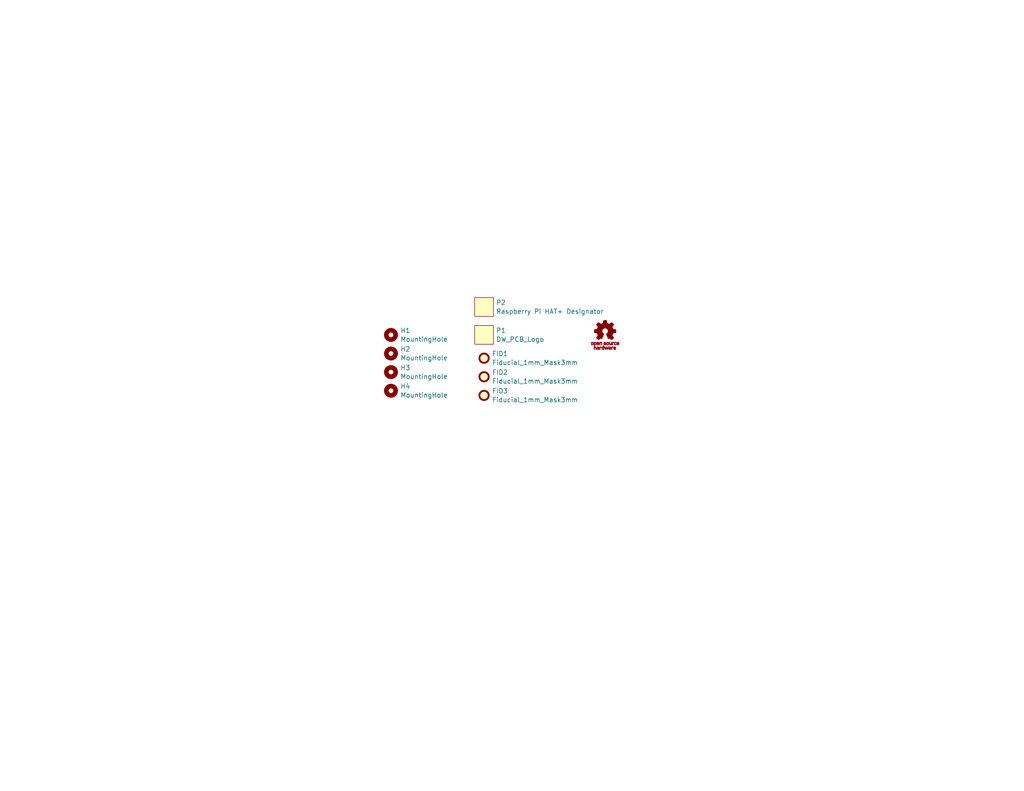
<source format=kicad_sch>
(kicad_sch
	(version 20250114)
	(generator "eeschema")
	(generator_version "9.0")
	(uuid "9408171f-72a2-4aea-97cc-17d9d4eb3e89")
	(paper "USLetter")
	(title_block
		(title "1026 RPi Power Hat")
		(date "2025-04-11")
		(rev "1")
		(company "Dan Wilson")
		(comment 1 "Copyright © 2025 Dan Wilson")
	)
	(lib_symbols
		(symbol "DW_Mechanical:DW_PCB_Logo"
			(exclude_from_sim no)
			(in_bom yes)
			(on_board yes)
			(property "Reference" "P"
				(at 0 3.81 0)
				(effects
					(font
						(size 1.27 1.27)
					)
				)
			)
			(property "Value" "DW_PCB_Logo"
				(at 0 -3.81 0)
				(effects
					(font
						(size 1.27 1.27)
					)
				)
			)
			(property "Footprint" "DW_Mechanical:DW_PCB_Logo"
				(at 0 0 0)
				(effects
					(font
						(size 1.27 1.27)
					)
					(hide yes)
				)
			)
			(property "Datasheet" ""
				(at 0 0 0)
				(effects
					(font
						(size 1.27 1.27)
					)
					(hide yes)
				)
			)
			(property "Description" ""
				(at 0 0 0)
				(effects
					(font
						(size 1.27 1.27)
					)
					(hide yes)
				)
			)
			(symbol "DW_PCB_Logo_0_1"
				(rectangle
					(start -2.54 2.54)
					(end 2.54 -2.54)
					(stroke
						(width 0.1524)
						(type default)
					)
					(fill
						(type background)
					)
				)
			)
			(embedded_fonts no)
		)
		(symbol "DW_Mechanical:Fiducial 1mm-3mm"
			(exclude_from_sim yes)
			(in_bom no)
			(on_board yes)
			(property "Reference" "FID"
				(at 0 5.08 0)
				(effects
					(font
						(size 1.27 1.27)
					)
				)
			)
			(property "Value" "Fiducial_1mm_Mask3mm"
				(at 0 3.175 0)
				(effects
					(font
						(size 1.27 1.27)
					)
				)
			)
			(property "Footprint" "DW_Mechanical:Fiducial_1mm_Mask3mm"
				(at 0 0 0)
				(effects
					(font
						(size 1.27 1.27)
					)
					(hide yes)
				)
			)
			(property "Datasheet" "~"
				(at 0 0 0)
				(effects
					(font
						(size 1.27 1.27)
					)
					(hide yes)
				)
			)
			(property "Description" "Fiducial Marker"
				(at 0 0 0)
				(effects
					(font
						(size 1.27 1.27)
					)
					(hide yes)
				)
			)
			(property "ki_keywords" "fiducial marker"
				(at 0 0 0)
				(effects
					(font
						(size 1.27 1.27)
					)
					(hide yes)
				)
			)
			(property "ki_fp_filters" "Fiducial*"
				(at 0 0 0)
				(effects
					(font
						(size 1.27 1.27)
					)
					(hide yes)
				)
			)
			(symbol "Fiducial 1mm-3mm_0_1"
				(circle
					(center 0 0)
					(radius 1.27)
					(stroke
						(width 0.508)
						(type default)
					)
					(fill
						(type background)
					)
				)
			)
			(embedded_fonts no)
		)
		(symbol "DW_Mechanical:OSHW_Logo"
			(pin_names
				(offset 1.016)
			)
			(exclude_from_sim no)
			(in_bom yes)
			(on_board yes)
			(property "Reference" "#G"
				(at 0 5.08 0)
				(effects
					(font
						(size 1.27 1.27)
					)
					(hide yes)
				)
			)
			(property "Value" "OSHW_Logo"
				(at 0 -5.08 0)
				(effects
					(font
						(size 1.27 1.27)
					)
					(hide yes)
				)
			)
			(property "Footprint" "DW_Mechanical:OSHW_Logo"
				(at 0 0 0)
				(effects
					(font
						(size 1.27 1.27)
					)
					(hide yes)
				)
			)
			(property "Datasheet" ""
				(at 0 0 0)
				(effects
					(font
						(size 1.27 1.27)
					)
					(hide yes)
				)
			)
			(property "Description" "Open Source Hardware Logo 8 mm"
				(at 0 0 0)
				(effects
					(font
						(size 1.27 1.27)
					)
					(hide yes)
				)
			)
			(symbol "OSHW_Logo_0_0"
				(polyline
					(pts
						(xy -3.4418 -2.7756) (xy -3.3761 -2.7661) (xy -3.3222 -2.7369) (xy -3.258 -2.6781) (xy -3.216 -2.635)
						(xy -3.1833 -2.5922) (xy -3.1664 -2.5458) (xy -3.1602 -2.4799) (xy -3.1594 -2.3787) (xy -3.1601 -2.3257)
						(xy -3.17 -2.2046) (xy -3.1954 -2.117) (xy -3.2412 -2.0503) (xy -3.3123 -1.9921) (xy -3.3677 -1.9596)
						(xy -3.4362 -1.9413) (xy -3.5269 -1.9434) (xy -3.6049 -1.9557) (xy -3.6716 -1.9864) (xy -3.7371 -2.0472)
						(xy -3.7672 -2.0812) (xy -3.7975 -2.1246) (xy -3.8137 -2.1727) (xy -3.8202 -2.241) (xy -3.8214 -2.3448)
						(xy -3.8214 -2.3452) (xy -3.8207 -2.3584) (xy -3.6431 -2.3584) (xy -3.6397 -2.2888) (xy -3.6163 -2.2025)
						(xy -3.5674 -2.1548) (xy -3.489 -2.1401) (xy -3.4401 -2.1474) (xy -3.3786 -2.193) (xy -3.3459 -2.2779)
						(xy -3.3436 -2.3995) (xy -3.3441 -2.4042) (xy -3.3653 -2.5077) (xy -3.4026 -2.5647) (xy -3.4605 -2.5945)
						(xy -3.5318 -2.5941) (xy -3.5899 -2.5513) (xy -3.6288 -2.4712) (xy -3.6431 -2.3584) (xy -3.8207 -2.3584)
						(xy -3.8138 -2.4959) (xy -3.7888 -2.6059) (xy -3.7435 -2.6835) (xy -3.6746 -2.7371) (xy -3.6517 -2.7472)
						(xy -3.5711 -2.7674) (xy -3.4809 -2.776) (xy -3.4418 -2.7756)
					)
					(stroke
						(width 0.01)
						(type default)
					)
					(fill
						(type outline)
					)
				)
				(polyline
					(pts
						(xy -2.8533 -3.7535) (xy -2.8532 -3.7238) (xy -2.8484 -3.585) (xy -2.8344 -3.4888) (xy -2.8086 -3.4285)
						(xy -2.7684 -3.3973) (xy -2.7111 -3.3884) (xy -2.6888 -3.3893) (xy -2.6398 -3.4026) (xy -2.6064 -3.4379)
						(xy -2.5861 -3.5022) (xy -2.5759 -3.6028) (xy -2.5731 -3.7469) (xy -2.5731 -4.0253) (xy -2.3642 -4.0253)
						(xy -2.382 -3.3587) (xy -2.4652 -3.2844) (xy -2.4883 -3.266) (xy -2.5902 -3.2191) (xy -2.7019 -3.2083)
						(xy -2.8041 -3.2365) (xy -2.8144 -3.2417) (xy -2.8328 -3.2452) (xy -2.8442 -3.23) (xy -2.8504 -3.1881)
						(xy -2.8529 -3.1113) (xy -2.8533 -2.9917) (xy -2.8533 -2.9663) (xy -2.8524 -2.8548) (xy -2.8489 -2.7846)
						(xy -2.8414 -2.7476) (xy -2.8285 -2.7356) (xy -2.8088 -2.7404) (xy -2.7979 -2.7445) (xy -2.7353 -2.7596)
						(xy -2.6565 -2.7711) (xy -2.5878 -2.7736) (xy -2.5316 -2.756) (xy -2.4741 -2.7074) (xy -2.4363 -2.6631)
						(xy -2.4014 -2.5905) (xy -2.3815 -2.4885) (xy -2.3745 -2.3773) (xy -2.3796 -2.2509) (xy -2.3966 -2.1382)
						(xy -2.4235 -2.0575) (xy -2.4378 -2.0362) (xy -2.5074 -1.9815) (xy -2.6005 -1.9493) (xy -2.6975 -1.9475)
						(xy -2.7202 -1.9509) (xy -2.8138 -1.9591) (xy -2.9107 -1.9613) (xy -3.0317 -1.9592) (xy -3.0317 -2.431)
						(xy -2.8517 -2.431) (xy -2.8482 -2.3406) (xy -2.8408 -2.2739) (xy -2.8261 -2.2014) (xy -2.809 -2.162)
						(xy -2.7939 -2.1505) (xy -2.7299 -2.1345) (xy -2.6589 -2.1451) (xy -2.6069 -2.18) (xy -2.5834 -2.2383)
						(xy -2.5725 -2.3256) (xy -2.5753 -2.4204) (xy -2.5913 -2.5037) (xy -2.6197 -2.5565) (xy -2.6672 -2.5882)
						(xy -2.7352 -2.5917) (xy -2.8052 -2.5448) (xy -2.8199 -2.5291) (xy -2.8434 -2.4881) (xy -2.8517 -2.431)
						(xy -3.0317 -2.431) (xy -3.0317 -4.0253) (xy -2.8533 -4.0253) (xy -2.8533 -3.7535)
					)
					(stroke
						(width 0.01)
						(type default)
					)
					(fill
						(type outline)
					)
				)
				(polyline
					(pts
						(xy -1.8879 -4.0221) (xy -1.6305 -4.0202) (xy -1.6305 -3.359) (xy -1.7049 -3.2845) (xy -1.7058 -3.2837)
						(xy -1.7506 -3.2439) (xy -1.7957 -3.2218) (xy -1.8579 -3.2122) (xy -1.954 -3.2101) (xy -1.9987 -3.211)
						(xy -2.1147 -3.2249) (xy -2.1945 -3.2532) (xy -2.2344 -3.2928) (xy -2.2308 -3.3408) (xy -2.1799 -3.3941)
						(xy -2.1447 -3.4167) (xy -2.1026 -3.4237) (xy -2.0459 -3.4012) (xy -1.9837 -3.38) (xy -1.9035 -3.3807)
						(xy -1.8424 -3.413) (xy -1.8135 -3.4729) (xy -1.8115 -3.4915) (xy -1.8139 -3.5202) (xy -1.8346 -3.535)
						(xy -1.8846 -3.5405) (xy -1.9747 -3.5413) (xy -2.0628 -3.5431) (xy -2.1264 -3.5526) (xy -2.1725 -3.575)
						(xy -2.2184 -3.6157) (xy -2.2578 -3.6638) (xy -2.2941 -3.7601) (xy -2.2903 -3.7892) (xy -2.1145 -3.7892)
						(xy -2.0981 -3.7407) (xy -2.0372 -3.7058) (xy -1.9311 -3.6941) (xy -1.9291 -3.6941) (xy -1.8544 -3.6977)
						(xy -1.8184 -3.7111) (xy -1.8092 -3.7387) (xy -1.8115 -3.7623) (xy -1.8283 -3.8119) (xy -1.841 -3.8259)
						(xy -1.8953 -3.8507) (xy -1.9663 -3.8581) (xy -2.0376 -3.8494) (xy -2.0925 -3.826) (xy -2.1145 -3.7892)
						(xy -2.2903 -3.7892) (xy -2.2812 -3.8581) (xy -2.2191 -3.9501) (xy -2.2058 -3.9633) (xy -2.172 -3.9922)
						(xy -2.1353 -4.0099) (xy -2.0837 -4.0191) (xy -2.0053 -4.0222) (xy -1.8879 -4.0221)
					)
					(stroke
						(width 0.01)
						(type default)
					)
					(fill
						(type outline)
					)
				)
				(polyline
					(pts
						(xy -1.8505 -2.7688) (xy -1.7333 -2.7301) (xy -1.6846 -2.7018) (xy -1.6446 -2.664) (xy -1.648 -2.6254)
						(xy -1.6919 -2.5753) (xy -1.7361 -2.5383) (xy -1.7695 -2.5328) (xy -1.8127 -2.5577) (xy -1.8804 -2.5882)
						(xy -1.9623 -2.5974) (xy -2.0279 -2.5791) (xy -2.0522 -2.5546) (xy -2.0861 -2.5031) (xy -2.1163 -2.4458)
						(xy -1.605 -2.4458) (xy -1.605 -2.3431) (xy -1.6185 -2.2259) (xy -1.6682 -2.1047) (xy -1.7479 -2.0133)
						(xy -1.8506 -1.957) (xy -1.9693 -1.9411) (xy -2.0971 -1.9709) (xy -2.1524 -2.0033) (xy -2.2273 -2.0911)
						(xy -2.2751 -2.2136) (xy -2.2791 -2.2481) (xy -2.0977 -2.2481) (xy -2.0878 -2.2156) (xy -2.043 -2.1592)
						(xy -2.0113 -2.1328) (xy -1.9577 -2.1146) (xy -1.9312 -2.1204) (xy -1.8763 -2.1527) (xy -1.829 -2.1988)
						(xy -1.8088 -2.242) (xy -1.8255 -2.2536) (xy -1.8811 -2.2636) (xy -1.9632 -2.2675) (xy -1.993 -2.2673)
						(xy -2.0677 -2.2631) (xy -2.0977 -2.2481) (xy -2.2791 -2.2481) (xy -2.2923 -2.3638) (xy -2.2923 -2.3691)
						(xy -2.2744 -2.5241) (xy -2.2219 -2.6433) (xy -2.1352 -2.7254) (xy -2.0991 -2.7439) (xy -1.9795 -2.7733)
						(xy -1.8505 -2.7688)
					)
					(stroke
						(width 0.01)
						(type default)
					)
					(fill
						(type outline)
					)
				)
				(polyline
					(pts
						(xy -1.3248 -2.5151) (xy -1.3246 -2.4849) (xy -1.3193 -2.3434) (xy -1.304 -2.2446) (xy -1.2761 -2.1822)
						(xy -1.233 -2.1495) (xy -1.1719 -2.1401) (xy -1.1596 -2.1403) (xy -1.1019 -2.1535) (xy -1.0617 -2.191)
						(xy -1.0362 -2.2594) (xy -1.0229 -2.3653) (xy -1.019 -2.5151) (xy -1.019 -2.777) (xy -0.8368 -2.777)
						(xy -0.8451 -2.4336) (xy -0.8453 -2.4239) (xy -0.8492 -2.2876) (xy -0.8541 -2.1921) (xy -0.8617 -2.1278)
						(xy -0.8738 -2.0849) (xy -0.8922 -2.0539) (xy -0.9185 -2.0251) (xy -0.9301 -2.0142) (xy -1.0276 -1.9585)
						(xy -1.1389 -1.9425) (xy -1.2461 -1.9695) (xy -1.2571 -1.9748) (xy -1.3052 -1.991) (xy -1.3248 -1.9853)
						(xy -1.3255 -1.9822) (xy -1.355 -1.9676) (xy -1.4139 -1.9617) (xy -1.5031 -1.9617) (xy -1.5031 -2.777)
						(xy -1.3248 -2.777) (xy -1.3248 -2.5151)
					)
					(stroke
						(width 0.01)
						(type default)
					)
					(fill
						(type outline)
					)
				)
				(polyline
					(pts
						(xy -1.2952 -3.743) (xy -1.2906 -3.6234) (xy -1.2841 -3.5358) (xy -1.274 -3.4798) (xy -1.2584 -3.4455)
						(xy -1.2356 -3.4229) (xy -1.1947 -3.4031) (xy -1.1101 -3.3998) (xy -1.041 -3.3994) (xy -0.9764 -3.3588)
						(xy -0.9564 -3.3387) (xy -0.92 -3.2821) (xy -0.9316 -3.2419) (xy -0.9913 -3.218) (xy -1.0992 -3.2101)
						(xy -1.1142 -3.2103) (xy -1.1925 -3.2191) (xy -1.25 -3.2365) (xy -1.2837 -3.2498) (xy -1.2993 -3.2365)
						(xy -1.3001 -3.233) (xy -1.3295 -3.2167) (xy -1.3885 -3.2101) (xy -1.4776 -3.2101) (xy -1.4776 -4.0253)
						(xy -1.3038 -4.0253) (xy -1.2952 -3.743)
					)
					(stroke
						(width 0.01)
						(type default)
					)
					(fill
						(type outline)
					)
				)
				(polyline
					(pts
						(xy -0.2802 -2.8789) (xy -0.4586 -2.8789) (xy -0.4586 -3.0709) (xy -0.4587 -3.1267) (xy -0.461 -3.2008)
						(xy -0.4682 -3.2377) (xy -0.4829 -3.2466) (xy -0.5078 -3.2365) (xy -0.5211 -3.2308) (xy -0.5874 -3.216)
						(xy -0.6687 -3.2101) (xy -0.7259 -3.2131) (xy -0.7925 -3.235) (xy -0.855 -3.2882) (xy -0.8645 -3.2981)
						(xy -0.8956 -3.3348) (xy -0.9148 -3.3727) (xy -0.9251 -3.4242) (xy -0.9291 -3.5017) (xy -0.9299 -3.6177)
						(xy -0.7388 -3.6177) (xy -0.7357 -3.5457) (xy -0.714 -3.455) (xy -0.6692 -3.4043) (xy -0.5983 -3.3884)
						(xy -0.5724 -3.3915) (xy -0.5121 -3.4304) (xy -0.4727 -3.5082) (xy -0.4586 -3.6177) (xy -0.4597 -3.6466)
						(xy -0.4736 -3.7298) (xy -0.4982 -3.7904) (xy -0.5379 -3.8269) (xy -0.5983 -3.847) (xy -0.6425 -3.8419)
						(xy -0.698 -3.8065) (xy -0.7291 -3.7334) (xy -0.7388 -3.6177) (xy -0.9299 -3.6177) (xy -0.9299 -3.6495)
						(xy -0.9286 -3.7552) (xy -0.9233 -3.8254) (xy -0.9112 -3.8725) (xy -0.8894 -3.909) (xy -0.855 -3.9472)
						(xy -0.8143 -3.9853) (xy -0.7524 -4.0172) (xy -0.6687 -4.0253) (xy -0.6435 -4.0247) (xy -0.5639 -4.0156)
						(xy -0.5078 -3.999) (xy -0.4742 -3.9856) (xy -0.4586 -3.999) (xy -0.4578 -4.0024) (xy -0.4283 -4.0187)
						(xy -0.3694 -4.0253) (xy -0.2802 -4.0253) (xy -0.2802 -2.8789)
					)
					(stroke
						(width 0.01)
						(type default)
					)
					(fill
						(type outline)
					)
				)
				(polyline
					(pts
						(xy 0.0483 -2.7628) (xy 0.147 -2.726) (xy 0.2219 -2.6647) (xy 0.2695 -2.5739) (xy 0.2702 -2.464)
						(xy 0.2524 -2.4023) (xy 0.2044 -2.336) (xy 0.1234 -2.2937) (xy 0.001 -2.2695) (xy -0.11 -2.2513)
						(xy -0.173 -2.2276) (xy -0.1905 -2.1965) (xy -0.1654 -2.1563) (xy -0.1251 -2.1284) (xy -0.0412 -2.1184)
						(xy 0.0614 -2.1536) (xy 0.1116 -2.1761) (xy 0.1498 -2.1727) (xy 0.1952 -2.1362) (xy 0.1971 -2.1344)
						(xy 0.2379 -2.0893) (xy 0.2548 -2.058) (xy 0.2547 -2.0567) (xy 0.23 -2.0293) (xy 0.1712 -1.9977)
						(xy 0.0933 -1.968) (xy 0.0113 -1.9457) (xy -0.0598 -1.9368) (xy -0.0693 -1.9369) (xy -0.1971 -1.9576)
						(xy -0.2959 -2.0129) (xy -0.3596 -2.0976) (xy -0.3821 -2.2066) (xy -0.3821 -2.2137) (xy -0.3636 -2.3061)
						(xy -0.3095 -2.373) (xy -0.2154 -2.4176) (xy -0.077 -2.4434) (xy -0.0378 -2.448) (xy 0.0275 -2.461)
						(xy 0.0598 -2.4813) (xy 0.0717 -2.5149) (xy 0.0723 -2.5193) (xy 0.0627 -2.5639) (xy 0.0135 -2.588)
						(xy -0.0796 -2.5948) (xy -0.1811 -2.574) (xy -0.2604 -2.5298) (xy -0.2685 -2.5227) (xy -0.2997 -2.5033)
						(xy -0.3299 -2.5134) (xy -0.3767 -2.557) (xy -0.3966 -2.5773) (xy -0.4274 -2.6147) (xy -0.4259 -2.6389)
						(xy -0.3949 -2.6664) (xy -0.3391 -2.7029) (xy -0.2675 -2.7405) (xy -0.1951 -2.7636) (xy -0.0732 -2.7756)
						(xy 0.0483 -2.7628)
					)
					(stroke
						(width 0.01)
						(type default)
					)
					(fill
						(type outline)
					)
				)
				(polyline
					(pts
						(xy 0.8142 -3.6287) (xy 0.8443 -3.5354) (xy 0.8834 -3.4133) (xy 0.9146 -3.3146) (xy 0.9352 -3.2478)
						(xy 0.9426 -3.2211) (xy 0.9408 -3.2189) (xy 0.9072 -3.2126) (xy 0.8449 -3.2101) (xy 0.8191 -3.2096)
						(xy 0.7894 -3.2102) (xy 0.7668 -3.2187) (xy 0.7477 -3.2417) (xy 0.7285 -3.2863) (xy 0.7059 -3.3592)
						(xy 0.6762 -3.4674) (xy 0.6359 -3.6177) (xy 0.6051 -3.7323) (xy 0.5248 -3.4776) (xy 0.5092 -3.4284)
						(xy 0.4769 -3.331) (xy 0.4519 -3.27) (xy 0.4287 -3.2363) (xy 0.402 -3.221) (xy 0.3663 -3.2151)
						(xy 0.3482 -3.2135) (xy 0.3175 -3.2152) (xy 0.2944 -3.2311) (xy 0.2733 -3.2699) (xy 0.2487 -3.3403)
						(xy 0.215 -3.4508) (xy 0.1934 -3.5205) (xy 0.1635 -3.61) (xy 0.1402 -3.6714) (xy 0.1272 -3.6941)
						(xy 0.1208 -3.6847) (xy 0.1029 -3.6358) (xy 0.0785 -3.5548) (xy 0.051 -3.4521) (xy -0.0106 -3.2101)
						(xy -0.1072 -3.2101) (xy -0.1253 -3.2105) (xy -0.1813 -3.2184) (xy -0.2038 -3.2331) (xy -0.2033 -3.2369)
						(xy -0.1923 -3.2787) (xy -0.1694 -3.3558) (xy -0.138 -3.4577) (xy -0.1014 -3.5741) (xy -0.0629 -3.6945)
						(xy -0.0258 -3.8085) (xy 0.0065 -3.9056) (xy 0.0306 -3.9755) (xy 0.0434 -4.0077) (xy 0.0438 -4.0083)
						(xy 0.0766 -4.02) (xy 0.1359 -4.0204) (xy 0.1468 -4.0193) (xy 0.181 -4.0119) (xy 0.2064 -3.993)
						(xy 0.2286 -3.953) (xy 0.2534 -3.8827) (xy 0.2864 -3.7727) (xy 0.3059 -3.7067) (xy 0.3336 -3.6155)
						(xy 0.354 -3.5516) (xy 0.3637 -3.5258) (xy 0.3696 -3.5364) (xy 0.3872 -3.5864) (xy 0.413 -3.6682)
						(xy 0.4438 -3.7721) (xy 0.5169 -4.0253) (xy 0.6858 -4.0253) (xy 0.8142 -3.6287)
					)
					(stroke
						(width 0.01)
						(type default)
					)
					(fill
						(type outline)
					)
				)
				(polyline
					(pts
						(xy 0.8267 -2.7442) (xy 0.9253 -2.6787) (xy 0.951 -2.6521) (xy 0.9818 -2.611) (xy 0.9997 -2.5631)
						(xy 1.0092 -2.4936) (xy 1.0148 -2.388) (xy 1.016 -2.3563) (xy 1.0171 -2.258) (xy 1.0105 -2.1911)
						(xy 0.9933 -2.14) (xy 0.963 -2.0891) (xy 0.8905 -2.0133) (xy 0.7844 -1.9591) (xy 0.6667 -1.9415)
						(xy 0.5509 -1.9623) (xy 0.4507 -2.0232) (xy 0.4221 -2.055) (xy 0.3679 -2.1605) (xy 0.34 -2.2939)
						(xy 0.341 -2.3735) (xy 0.535 -2.3735) (xy 0.5419 -2.26) (xy 0.5645 -2.1883) (xy 0.6072 -2.1509)
						(xy 0.6746 -2.1401) (xy 0.7039 -2.142) (xy 0.7799 -2.1749) (xy 0.8255 -2.2487) (xy 0.8407 -2.3634)
						(xy 0.8401 -2.3902) (xy 0.8236 -2.4722) (xy 0.7782 -2.5361) (xy 0.7764 -2.538) (xy 0.7137 -2.587)
						(xy 0.6578 -2.5933) (xy 0.5916 -2.559) (xy 0.5842 -2.5535) (xy 0.5535 -2.5188) (xy 0.5388 -2.4661)
						(xy 0.535 -2.379) (xy 0.535 -2.3735) (xy 0.341 -2.3735) (xy 0.3418 -2.4421) (xy 0.3546 -2.5282)
						(xy 0.3809 -2.6149) (xy 0.4241 -2.6768) (xy 0.4921 -2.7288) (xy 0.5859 -2.7668) (xy 0.7077 -2.7743)
						(xy 0.8267 -2.7442)
					)
					(stroke
						(width 0.01)
						(type default)
					)
					(fill
						(type outline)
					)
				)
				(polyline
					(pts
						(xy 1.605 -4.0221) (xy 1.605 -3.7299) (xy 1.6032 -3.5996) (xy 1.5922 -3.455) (xy 1.5677 -3.3505)
						(xy 1.5254 -3.2798) (xy 1.4612 -3.237) (xy 1.3708 -3.2158) (xy 1.2501 -3.2101) (xy 1.1708 -3.2132)
						(xy 1.093 -3.23) (xy 1.0317 -3.2657) (xy 0.961 -3.3213) (xy 1.0308 -3.3813) (xy 1.0891 -3.4195)
						(xy 1.1299 -3.4186) (xy 1.174 -3.3927) (xy 1.2519 -3.3753) (xy 1.3253 -3.3857) (xy 1.3799 -3.4206)
						(xy 1.4012 -3.477) (xy 1.4012 -3.4845) (xy 1.3966 -3.5164) (xy 1.3763 -3.5334) (xy 1.3284 -3.5401)
						(xy 1.2413 -3.5413) (xy 1.21 -3.5417) (xy 1.097 -3.5536) (xy 1.0252 -3.5806) (xy 0.9831 -3.6232)
						(xy 0.946 -3.7099) (xy 0.9409 -3.7925) (xy 1.1133 -3.7925) (xy 1.1224 -3.7424) (xy 1.1433 -3.7172)
						(xy 1.191 -3.6991) (xy 1.2747 -3.6941) (xy 1.3252 -3.6947) (xy 1.3762 -3.7012) (xy 1.3971 -3.7202)
						(xy 1.4012 -3.7585) (xy 1.3886 -3.8095) (xy 1.3359 -3.8476) (xy 1.2872 -3.8645) (xy 1.2453 -3.8683)
						(xy 1.1974 -3.8543) (xy 1.1495 -3.8322) (xy 1.1133 -3.7925) (xy 0.9409 -3.7925) (xy 0.9398 -3.8095)
						(xy 0.9647 -3.9051) (xy 1.0209 -3.9802) (xy 1.0294 -3.9867) (xy 1.0677 -4.0053) (xy 1.1252 -4.0166)
						(xy 1.2123 -4.0221) (xy 1.3397 -4.0232) (xy 1.605 -4.0221)
					)
					(stroke
						(width 0.01)
						(type default)
					)
					(fill
						(type outline)
					)
				)
				(polyline
					(pts
						(xy 1.7834 -1.9617) (xy 1.605 -1.9617) (xy 1.605 -2.2292) (xy 1.6044 -2.328) (xy 1.6007 -2.4195)
						(xy 1.5923 -2.4793) (xy 1.5773 -2.5184) (xy 1.5541 -2.5477) (xy 1.5059 -2.586) (xy 1.4497 -2.594)
						(xy 1.3814 -2.559) (xy 1.3734 -2.5532) (xy 1.351 -2.5311) (xy 1.3368 -2.4991) (xy 1.3289 -2.4468)
						(xy 1.3255 -2.364) (xy 1.3248 -2.2405) (xy 1.3248 -1.9617) (xy 1.1157 -1.9617) (xy 1.1247 -2.275)
						(xy 1.1269 -2.3383) (xy 1.1371 -2.4864) (xy 1.1552 -2.594) (xy 1.1836 -2.669) (xy 1.2249 -2.7188)
						(xy 1.2817 -2.7513) (xy 1.2937 -2.7557) (xy 1.3843 -2.7729) (xy 1.4805 -2.7712) (xy 1.5558 -2.7506)
						(xy 1.5894 -2.7372) (xy 1.605 -2.7506) (xy 1.6058 -2.7541) (xy 1.6353 -2.7704) (xy 1.6942 -2.777)
						(xy 1.7834 -2.777) (xy 1.7834 -1.9617)
					)
					(stroke
						(width 0.01)
						(type default)
					)
					(fill
						(type outline)
					)
				)
				(polyline
					(pts
						(xy 1.8171 -1.3485) (xy 1.855 -1.3213) (xy 1.9177 -1.2673) (xy 1.9974 -1.1942) (xy 2.0862 -1.1096)
						(xy 2.1765 -1.0211) (xy 2.2603 -0.9364) (xy 2.3298 -0.8631) (xy 2.3772 -0.8088) (xy 2.3948 -0.7812)
						(xy 2.392 -0.7735) (xy 2.3669 -0.7296) (xy 2.3201 -0.6555) (xy 2.2565 -0.559) (xy 2.1814 -0.4482)
						(xy 1.9679 -0.1376) (xy 2.084 0.1541) (xy 2.0862 0.1596) (xy 2.1324 0.2722) (xy 2.1734 0.3665)
						(xy 2.205 0.4327) (xy 2.2226 0.4611) (xy 2.2376 0.4667) (xy 2.2956 0.4813) (xy 2.3844 0.5) (xy 2.492 0.5202)
						(xy 2.5451 0.5297) (xy 2.6685 0.5525) (xy 2.7797 0.5737) (xy 2.8597 0.5898) (xy 2.9808 0.6156)
						(xy 2.9808 1.4479) (xy 2.8597 1.4736) (xy 2.8254 1.4807) (xy 2.7281 1.4994) (xy 2.6081 1.5214)
						(xy 2.484 1.5432) (xy 2.4111 1.5567) (xy 2.3108 1.5786) (xy 2.2362 1.5991) (xy 2.1997 1.6151)
						(xy 2.1911 1.6269) (xy 2.1626 1.6799) (xy 2.1237 1.7615) (xy 2.0797 1.8594) (xy 2.0362 1.9611)
						(xy 1.9984 2.0542) (xy 1.9718 2.1262) (xy 1.9617 2.1647) (xy 1.9649 2.174) (xy 1.9907 2.2205)
						(xy 2.0382 2.2969) (xy 2.1024 2.3951) (xy 2.1782 2.5072) (xy 2.2155 2.5618) (xy 2.2864 2.6676)
						(xy 2.3432 2.7552) (xy 2.3811 2.8169) (xy 2.3948 2.8447) (xy 2.3897 2.854) (xy 2.3554 2.8953)
						(xy 2.2944 2.9618) (xy 2.2128 3.0469) (xy 2.1169 3.1439) (xy 2.0549 3.2052) (xy 1.9512 3.3034)
						(xy 1.8754 3.3679) (xy 1.8237 3.4019) (xy 1.7921 3.4084) (xy 1.7839 3.4053) (xy 1.735 3.3782)
						(xy 1.6564 3.3292) (xy 1.557 3.264) (xy 1.446 3.1883) (xy 1.4058 3.1606) (xy 1.3002 3.0899) (xy 1.2108 3.033)
						(xy 1.1463 2.9952) (xy 1.1148 2.9817) (xy 1.0904 2.988) (xy 1.0261 3.0109) (xy 0.9349 3.0466)
						(xy 0.828 3.0909) (xy 0.5732 3.199) (xy 0.4982 3.5994) (xy 0.4231 3.9997) (xy -0.423 3.9997) (xy -0.4981 3.5994)
						(xy -0.5732 3.199) (xy -0.828 3.0909) (xy -0.9127 3.0556) (xy -1.0082 3.0177) (xy -1.0793 2.9917)
						(xy -1.1148 2.9817) (xy -1.1217 2.9835) (xy -1.166 3.0063) (xy -1.2404 3.0515) (xy -1.3365 3.1139)
						(xy -1.4459 3.1883) (xy -1.4835 3.2142) (xy -1.5917 3.2871) (xy -1.6851 3.3475) (xy -1.7549 3.3899)
						(xy -1.7921 3.4084) (xy -1.8052 3.4084) (xy -1.8462 3.3888) (xy -1.9093 3.3403) (xy -1.9982 3.2597)
						(xy -2.1169 3.1439) (xy -2.17 3.0905) (xy -2.259 2.9991) (xy -2.3303 2.9232) (xy -2.3776 2.8695)
						(xy -2.3948 2.8447) (xy -2.3915 2.8361) (xy -2.3657 2.7912) (xy -2.3181 2.7161) (xy -2.2539 2.6188)
						(xy -2.1782 2.5072) (xy -2.1413 2.4531) (xy -2.0703 2.3465) (xy -2.0134 2.2576) (xy -1.9754 2.1943)
						(xy -1.9617 2.1647) (xy -1.9643 2.1505) (xy -1.9833 2.0937) (xy -2.0162 2.0096) (xy -2.0575 1.9106)
						(xy -2.1019 1.8093) (xy -2.144 1.7179) (xy -2.1784 1.6491) (xy -2.1997 1.6151) (xy -2.2183 1.6055)
						(xy -2.2809 1.5862) (xy -2.3735 1.5644) (xy -2.4839 1.5432) (xy -2.5453 1.5326) (xy -2.6696 1.5102)
						(xy -2.7806 1.4894) (xy -2.8597 1.4736) (xy -2.9807 1.4479) (xy -2.9807 0.6156) (xy -2.8597 0.5898)
						(xy -2.8297 0.5836) (xy -2.7337 0.5648) (xy -2.6147 0.5425) (xy -2.492 0.5202) (xy -2.4254 0.508)
						(xy -2.3277 0.4883) (xy -2.2561 0.4718) (xy -2.2226 0.4611) (xy -2.2222 0.4607) (xy -2.2038 0.4304)
						(xy -2.1717 0.3627) (xy -2.1303 0.2673) (xy -2.084 0.1541) (xy -1.9679 -0.1376) (xy -2.1813 -0.4482)
						(xy -2.2159 -0.4989) (xy -2.2865 -0.6041) (xy -2.3433 -0.6914) (xy -2.381 -0.7528) (xy -2.3948 -0.7803)
						(xy -2.3902 -0.7888) (xy -2.357 -0.8291) (xy -2.2969 -0.8949) (xy -2.2163 -0.9794) (xy -2.1213 -1.076)
						(xy -2.072 -1.125) (xy -1.9789 -1.214) (xy -1.8998 -1.2855) (xy -1.8419 -1.3331) (xy -1.8123 -1.3503)
						(xy -1.8051 -1.3486) (xy -1.7596 -1.3259) (xy -1.6838 -1.2812) (xy -1.5864 -1.2196) (xy -1.4759 -1.1463)
						(xy -1.1749 -0.9424) (xy -1.0227 -1.0253) (xy -1.0209 -1.0263) (xy -0.9434 -1.0658) (xy -0.8849 -1.0907)
						(xy -0.8582 -1.0955) (xy -0.8575 -1.0946) (xy -0.8424 -1.0624) (xy -0.8108 -0.99) (xy -0.7653 -0.8837)
						(xy -0.7086 -0.7494) (xy -0.6431 -0.5933) (xy -0.5717 -0.4215) (xy -0.2974 0.2398) (xy -0.3703 0.2918)
						(xy -0.4873 0.3838) (xy -0.6325 0.5321) (xy -0.7319 0.6842) (xy -0.7605 0.7466) (xy -0.7867 0.8267)
						(xy -0.7993 0.9146) (xy -0.8025 1.0317) (xy -0.8004 1.1328) (xy -0.7902 1.2205) (xy -0.7672 1.2974)
						(xy -0.7269 1.3848) (xy -0.6467 1.5136) (xy -0.5162 1.65) (xy -0.3638 1.7487) (xy -0.1964 1.8098)
						(xy -0.0212 1.8332) (xy 0.1548 1.8188) (xy 0.3247 1.7668) (xy 0.4814 1.6772) (xy 0.6178 1.5498)
						(xy 0.7269 1.3848) (xy 0.7629 1.3082) (xy 0.788 1.2312) (xy 0.7996 1.1462) (xy 0.8025 1.0317)
						(xy 0.8011 0.9462) (xy 0.7918 0.8517) (xy 0.7702 0.7715) (xy 0.7319 0.6842) (xy 0.6725 0.5848)
						(xy 0.5427 0.4345) (xy 0.3703 0.2918) (xy 0.2974 0.2398) (xy 0.5717 -0.4215) (xy 0.5822 -0.4469)
						(xy 0.653 -0.6168) (xy 0.7173 -0.7701) (xy 0.7726 -0.9008) (xy 0.8163 -1.0026) (xy 0.8457 -1.0696)
						(xy 0.8582 -1.0955) (xy 0.8584 -1.0957) (xy 0.886 -1.0904) (xy 0.9449 -1.0651) (xy 1.0228 -1.0253)
						(xy 1.175 -0.9424) (xy 1.4759 -1.1463) (xy 1.5156 -1.173) (xy 1.6223 -1.2428) (xy 1.713 -1.299)
						(xy 1.7789 -1.3366) (xy 1.8115 -1.3503) (xy 1.8171 -1.3485)
					)
					(stroke
						(width 0.01)
						(type default)
					)
					(fill
						(type outline)
					)
				)
				(polyline
					(pts
						(xy 1.9362 -3.749) (xy 1.937 -3.6365) (xy 1.9408 -3.5477) (xy 1.9491 -3.4902) (xy 1.9637 -3.4537)
						(xy 1.9862 -3.4276) (xy 2.0429 -3.3964) (xy 2.1213 -3.3984) (xy 2.1722 -3.4041) (xy 2.2177 -3.3889)
						(xy 2.2625 -3.3386) (xy 2.2747 -3.3221) (xy 2.302 -3.2793) (xy 2.2998 -3.2563) (xy 2.2692 -3.2365)
						(xy 2.2483 -3.2278) (xy 2.1752 -3.2138) (xy 2.0902 -3.2114) (xy 2.0139 -3.2205) (xy 1.9668 -3.2407)
						(xy 1.9437 -3.2584) (xy 1.9362 -3.2407) (xy 1.936 -3.2383) (xy 1.9092 -3.2179) (xy 1.8471 -3.2101)
						(xy 1.7579 -3.2101) (xy 1.7579 -4.0253) (xy 1.9362 -4.0253) (xy 1.9362 -3.749)
					)
					(stroke
						(width 0.01)
						(type default)
					)
					(fill
						(type outline)
					)
				)
				(polyline
					(pts
						(xy 2.1456 -2.4783) (xy 2.1481 -2.3844) (xy 2.1522 -2.2867) (xy 2.159 -2.2239) (xy 2.1704 -2.1863)
						(xy 2.1883 -2.1644) (xy 2.2149 -2.1488) (xy 2.262 -2.1325) (xy 2.3255 -2.1439) (xy 2.3407 -2.1508)
						(xy 2.3837 -2.1503) (xy 2.4354 -2.1123) (xy 2.4377 -2.1102) (xy 2.4795 -2.0604) (xy 2.4967 -2.0204)
						(xy 2.4798 -1.9894) (xy 2.427 -1.9606) (xy 2.3549 -1.9451) (xy 2.2802 -1.9484) (xy 2.2498 -1.9531)
						(xy 2.164 -1.96) (xy 2.07 -1.9615) (xy 1.9362 -1.9588) (xy 1.9362 -2.777) (xy 2.1384 -2.777) (xy 2.1456 -2.4783)
					)
					(stroke
						(width 0.01)
						(type default)
					)
					(fill
						(type outline)
					)
				)
				(polyline
					(pts
						(xy 2.775 -4.0128) (xy 2.8725 -3.9747) (xy 2.907 -3.9522) (xy 2.9478 -3.9112) (xy 2.9423 -3.8741)
						(xy 2.8916 -3.8319) (xy 2.8891 -3.8303) (xy 2.8431 -3.8059) (xy 2.8019 -3.8063) (xy 2.7409 -3.8315)
						(xy 2.7369 -3.8334) (xy 2.6574 -3.8583) (xy 2.5896 -3.8484) (xy 2.5396 -3.8174) (xy 2.4913 -3.7628)
						(xy 2.4712 -3.7085) (xy 2.4823 -3.7044) (xy 2.5342 -3.6991) (xy 2.619 -3.6955) (xy 2.726 -3.6941)
						(xy 2.9808 -3.6941) (xy 2.9801 -3.6241) (xy 2.968 -3.5035) (xy 2.9248 -3.3749) (xy 2.8543 -3.2801)
						(xy 2.8541 -3.2799) (xy 2.7949 -3.2361) (xy 2.7311 -3.2153) (xy 2.6399 -3.2101) (xy 2.5573 -3.2167)
						(xy 2.4417 -3.2588) (xy 2.359 -3.3397) (xy 2.3094 -3.4593) (xy 2.3029 -3.5215) (xy 2.4712 -3.5215)
						(xy 2.4724 -3.5118) (xy 2.499 -3.4611) (xy 2.547 -3.4107) (xy 2.5975 -3.3813) (xy 2.642 -3.3838)
						(xy 2.7038 -3.4128) (xy 2.7554 -3.4577) (xy 2.7769 -3.5049) (xy 2.7769 -3.506) (xy 2.7622 -3.527)
						(xy 2.7141 -3.538) (xy 2.6241 -3.5413) (xy 2.5545 -3.5391) (xy 2.4944 -3.5319) (xy 2.4712 -3.5215)
						(xy 2.3029 -3.5215) (xy 2.2929 -3.6177) (xy 2.2931 -3.6362) (xy 2.3095 -3.7779) (xy 2.3558 -3.8865)
						(xy 2.4359 -3.9721) (xy 2.4537 -3.9843) (xy 2.5463 -4.0175) (xy 2.6598 -4.027) (xy 2.775 -4.0128)
					)
					(stroke
						(width 0.01)
						(type default)
					)
					(fill
						(type outline)
					)
				)
				(polyline
					(pts
						(xy 2.9237 -2.7656) (xy 3.0323 -2.7197) (xy 3.0769 -2.6871) (xy 3.1197 -2.6403) (xy 3.1183 -2.6007)
						(xy 3.0745 -2.5611) (xy 3.0682 -2.557) (xy 3.0248 -2.5353) (xy 2.9834 -2.5374) (xy 2.9207 -2.5638)
						(xy 2.8932 -2.5753) (xy 2.8003 -2.5881) (xy 2.725 -2.5564) (xy 2.6745 -2.4827) (xy 2.6564 -2.4174)
						(xy 2.6549 -2.3161) (xy 2.6835 -2.2304) (xy 2.7353 -2.1675) (xy 2.8037 -2.1344) (xy 2.8817 -2.138)
						(xy 2.9626 -2.1854) (xy 2.9663 -2.1887) (xy 2.9985 -2.2096) (xy 3.0291 -2.201) (xy 3.0757 -2.1586)
						(xy 3.0913 -2.1429) (xy 3.1243 -2.1036) (xy 3.1248 -2.0752) (xy 3.0961 -2.0389) (xy 3.0551 -2.0032)
						(xy 2.9527 -1.9573) (xy 2.8343 -1.9436) (xy 2.7158 -1.9627) (xy 2.6134 -2.0156) (xy 2.5365 -2.0971)
						(xy 2.487 -2.211) (xy 2.4712 -2.3579) (xy 2.4715 -2.3767) (xy 2.493 -2.5279) (xy 2.5481 -2.6469)
						(xy 2.6348 -2.7289) (xy 2.6794 -2.7509) (xy 2.7989 -2.7762) (xy 2.9237 -2.7656)
					)
					(stroke
						(width 0.01)
						(type default)
					)
					(fill
						(type outline)
					)
				)
				(polyline
					(pts
						(xy 3.5824 -2.7674) (xy 3.6845 -2.7421) (xy 3.7581 -2.7002) (xy 3.8229 -2.6394) (xy 3.761 -2.5776)
						(xy 3.7596 -2.5762) (xy 3.7155 -2.5372) (xy 3.683 -2.5321) (xy 3.64 -2.5572) (xy 3.5546 -2.5931)
						(xy 3.464 -2.5903) (xy 3.3884 -2.5477) (xy 3.3795 -2.5387) (xy 3.3472 -2.4983) (xy 3.3461 -2.4714)
						(xy 3.3812 -2.4554) (xy 3.4574 -2.4478) (xy 3.5795 -2.4458) (xy 3.8215 -2.4458) (xy 3.8215 -2.2964)
						(xy 3.8187 -2.2204) (xy 3.8026 -2.1401) (xy 3.7683 -2.0793) (xy 3.6944 -2.0069) (xy 3.5823 -1.952)
						(xy 3.4597 -1.9439) (xy 3.3927 -1.9574) (xy 3.2873 -2.0079) (xy 3.2146 -2.0926) (xy 3.1726 -2.2148)
						(xy 3.1703 -2.242) (xy 3.3374 -2.242) (xy 3.3441 -2.219) (xy 3.3823 -2.1719) (xy 3.4376 -2.1316)
						(xy 3.4903 -2.1146) (xy 3.5178 -2.1201) (xy 3.5744 -2.152) (xy 3.6227 -2.1981) (xy 3.6431 -2.242)
						(xy 3.6269 -2.2535) (xy 3.5717 -2.2636) (xy 3.4903 -2.2675) (xy 3.4213 -2.2647) (xy 3.3606 -2.2555)
						(xy 3.3374 -2.242) (xy 3.1703 -2.242) (xy 3.1591 -2.3775) (xy 3.1596 -2.4058) (xy 3.1839 -2.5541)
						(xy 3.2437 -2.6681) (xy 3.3382 -2.7458) (xy 3.3737 -2.7599) (xy 3.472 -2.7741) (xy 3.5824 -2.7674)
					)
					(stroke
						(width 0.01)
						(type default)
					)
					(fill
						(type outline)
					)
				)
			)
			(embedded_fonts no)
		)
		(symbol "DW_Mechanical:[G] Raspberry Pi HAT+ Designator"
			(exclude_from_sim no)
			(in_bom yes)
			(on_board yes)
			(property "Reference" "P"
				(at 0 3.81 0)
				(effects
					(font
						(size 1.27 1.27)
					)
				)
			)
			(property "Value" "Raspberry Pi HAT+ Designator"
				(at 0 -3.81 0)
				(effects
					(font
						(size 1.27 1.27)
					)
				)
			)
			(property "Footprint" "DW_Mechanical:[G] RPi HAT+ Designator"
				(at 0 -7.62 0)
				(effects
					(font
						(size 1.27 1.27)
					)
					(hide yes)
				)
			)
			(property "Datasheet" ""
				(at 0 0 0)
				(effects
					(font
						(size 1.27 1.27)
					)
					(hide yes)
				)
			)
			(property "Description" "Raspberry Pi HAT+ Designator"
				(at 0 -5.715 0)
				(effects
					(font
						(size 1.27 1.27)
					)
					(hide yes)
				)
			)
			(property "ki_keywords" "Raspberry Pi HAT+ Designator"
				(at 0 0 0)
				(effects
					(font
						(size 1.27 1.27)
					)
					(hide yes)
				)
			)
			(symbol "[G] Raspberry Pi HAT+ Designator_0_1"
				(rectangle
					(start -2.54 2.54)
					(end 2.54 -2.54)
					(stroke
						(width 0.1524)
						(type default)
					)
					(fill
						(type background)
					)
				)
			)
			(embedded_fonts no)
		)
		(symbol "Mechanical:MountingHole"
			(pin_names
				(offset 1.016)
			)
			(exclude_from_sim yes)
			(in_bom no)
			(on_board yes)
			(property "Reference" "H"
				(at 0 5.08 0)
				(effects
					(font
						(size 1.27 1.27)
					)
				)
			)
			(property "Value" "MountingHole"
				(at 0 3.175 0)
				(effects
					(font
						(size 1.27 1.27)
					)
				)
			)
			(property "Footprint" ""
				(at 0 0 0)
				(effects
					(font
						(size 1.27 1.27)
					)
					(hide yes)
				)
			)
			(property "Datasheet" "~"
				(at 0 0 0)
				(effects
					(font
						(size 1.27 1.27)
					)
					(hide yes)
				)
			)
			(property "Description" "Mounting Hole without connection"
				(at 0 0 0)
				(effects
					(font
						(size 1.27 1.27)
					)
					(hide yes)
				)
			)
			(property "ki_keywords" "mounting hole"
				(at 0 0 0)
				(effects
					(font
						(size 1.27 1.27)
					)
					(hide yes)
				)
			)
			(property "ki_fp_filters" "MountingHole*"
				(at 0 0 0)
				(effects
					(font
						(size 1.27 1.27)
					)
					(hide yes)
				)
			)
			(symbol "MountingHole_0_1"
				(circle
					(center 0 0)
					(radius 1.27)
					(stroke
						(width 1.27)
						(type default)
					)
					(fill
						(type none)
					)
				)
			)
			(embedded_fonts no)
		)
	)
	(symbol
		(lib_id "DW_Mechanical:DW_PCB_Logo")
		(at 132.08 91.44 0)
		(unit 1)
		(exclude_from_sim no)
		(in_bom no)
		(on_board yes)
		(dnp no)
		(fields_autoplaced yes)
		(uuid "0c336660-802d-42b5-bd18-ec862cbac5e8")
		(property "Reference" "P1"
			(at 135.3312 90.2278 0)
			(effects
				(font
					(size 1.27 1.27)
				)
				(justify left)
			)
		)
		(property "Value" "DW_PCB_Logo"
			(at 135.3312 92.6521 0)
			(effects
				(font
					(size 1.27 1.27)
				)
				(justify left)
			)
		)
		(property "Footprint" "DW_Mechanical:DW_PCB_Logo"
			(at 132.08 91.44 0)
			(effects
				(font
					(size 1.27 1.27)
				)
				(hide yes)
			)
		)
		(property "Datasheet" ""
			(at 132.08 91.44 0)
			(effects
				(font
					(size 1.27 1.27)
				)
				(hide yes)
			)
		)
		(property "Description" ""
			(at 132.08 91.44 0)
			(effects
				(font
					(size 1.27 1.27)
				)
				(hide yes)
			)
		)
		(instances
			(project ""
				(path "/0e50632e-8a8b-4b7f-ac56-99c7667bb88a/11547498-585a-4b65-8383-0a98326c007f"
					(reference "P1")
					(unit 1)
				)
			)
		)
	)
	(symbol
		(lib_id "Mechanical:MountingHole")
		(at 106.68 96.52 0)
		(unit 1)
		(exclude_from_sim no)
		(in_bom no)
		(on_board yes)
		(dnp no)
		(fields_autoplaced yes)
		(uuid "17b6fc49-b287-4dbd-94e8-89726767ec09")
		(property "Reference" "H2"
			(at 109.22 95.3078 0)
			(effects
				(font
					(size 1.27 1.27)
				)
				(justify left)
			)
		)
		(property "Value" "MountingHole"
			(at 109.22 97.7321 0)
			(effects
				(font
					(size 1.27 1.27)
				)
				(justify left)
			)
		)
		(property "Footprint" "DW_Mechanical:[MH] MountingHole_2.7mm_M2.5_Pad"
			(at 106.68 96.52 0)
			(effects
				(font
					(size 1.27 1.27)
				)
				(hide yes)
			)
		)
		(property "Datasheet" "~"
			(at 106.68 96.52 0)
			(effects
				(font
					(size 1.27 1.27)
				)
				(hide yes)
			)
		)
		(property "Description" "Mounting Hole without connection"
			(at 106.68 96.52 0)
			(effects
				(font
					(size 1.27 1.27)
				)
				(hide yes)
			)
		)
		(instances
			(project "1026 RPi Power Hat"
				(path "/0e50632e-8a8b-4b7f-ac56-99c7667bb88a/11547498-585a-4b65-8383-0a98326c007f"
					(reference "H2")
					(unit 1)
				)
			)
		)
	)
	(symbol
		(lib_id "Mechanical:MountingHole")
		(at 106.68 91.44 0)
		(unit 1)
		(exclude_from_sim no)
		(in_bom no)
		(on_board yes)
		(dnp no)
		(fields_autoplaced yes)
		(uuid "22352447-5441-4dfd-b2bf-ced1f1cfee07")
		(property "Reference" "H1"
			(at 109.22 90.2278 0)
			(effects
				(font
					(size 1.27 1.27)
				)
				(justify left)
			)
		)
		(property "Value" "MountingHole"
			(at 109.22 92.6521 0)
			(effects
				(font
					(size 1.27 1.27)
				)
				(justify left)
			)
		)
		(property "Footprint" "DW_Mechanical:[MH] MountingHole_2.7mm_M2.5_Pad_StencilRegHole"
			(at 106.68 91.44 0)
			(effects
				(font
					(size 1.27 1.27)
				)
				(hide yes)
			)
		)
		(property "Datasheet" "~"
			(at 106.68 91.44 0)
			(effects
				(font
					(size 1.27 1.27)
				)
				(hide yes)
			)
		)
		(property "Description" "Mounting Hole without connection"
			(at 106.68 91.44 0)
			(effects
				(font
					(size 1.27 1.27)
				)
				(hide yes)
			)
		)
		(instances
			(project ""
				(path "/0e50632e-8a8b-4b7f-ac56-99c7667bb88a/11547498-585a-4b65-8383-0a98326c007f"
					(reference "H1")
					(unit 1)
				)
			)
		)
	)
	(symbol
		(lib_id "DW_Mechanical:Fiducial 1mm-3mm")
		(at 132.08 102.87 0)
		(unit 1)
		(exclude_from_sim no)
		(in_bom no)
		(on_board yes)
		(dnp no)
		(fields_autoplaced yes)
		(uuid "4bdcee30-d095-4c69-aef8-57979fa3e769")
		(property "Reference" "FID2"
			(at 134.239 101.6578 0)
			(effects
				(font
					(size 1.27 1.27)
				)
				(justify left)
			)
		)
		(property "Value" "Fiducial_1mm_Mask3mm"
			(at 134.239 104.0821 0)
			(effects
				(font
					(size 1.27 1.27)
				)
				(justify left)
			)
		)
		(property "Footprint" "Fiducial:Fiducial_1mm_Mask2mm"
			(at 132.08 102.87 0)
			(effects
				(font
					(size 1.27 1.27)
				)
				(hide yes)
			)
		)
		(property "Datasheet" "~"
			(at 132.08 102.87 0)
			(effects
				(font
					(size 1.27 1.27)
				)
				(hide yes)
			)
		)
		(property "Description" "Fiducial Marker"
			(at 132.08 102.87 0)
			(effects
				(font
					(size 1.27 1.27)
				)
				(hide yes)
			)
		)
		(instances
			(project ""
				(path "/0e50632e-8a8b-4b7f-ac56-99c7667bb88a/11547498-585a-4b65-8383-0a98326c007f"
					(reference "FID2")
					(unit 1)
				)
			)
		)
	)
	(symbol
		(lib_id "Mechanical:MountingHole")
		(at 106.68 101.6 0)
		(unit 1)
		(exclude_from_sim no)
		(in_bom no)
		(on_board yes)
		(dnp no)
		(fields_autoplaced yes)
		(uuid "58d54709-d1ff-47c7-99e5-c938d7353e61")
		(property "Reference" "H3"
			(at 109.22 100.3878 0)
			(effects
				(font
					(size 1.27 1.27)
				)
				(justify left)
			)
		)
		(property "Value" "MountingHole"
			(at 109.22 102.8121 0)
			(effects
				(font
					(size 1.27 1.27)
				)
				(justify left)
			)
		)
		(property "Footprint" "DW_Mechanical:[MH] MountingHole_2.7mm_M2.5_Pad"
			(at 106.68 101.6 0)
			(effects
				(font
					(size 1.27 1.27)
				)
				(hide yes)
			)
		)
		(property "Datasheet" "~"
			(at 106.68 101.6 0)
			(effects
				(font
					(size 1.27 1.27)
				)
				(hide yes)
			)
		)
		(property "Description" "Mounting Hole without connection"
			(at 106.68 101.6 0)
			(effects
				(font
					(size 1.27 1.27)
				)
				(hide yes)
			)
		)
		(instances
			(project "1026 RPi Power Hat"
				(path "/0e50632e-8a8b-4b7f-ac56-99c7667bb88a/11547498-585a-4b65-8383-0a98326c007f"
					(reference "H3")
					(unit 1)
				)
			)
		)
	)
	(symbol
		(lib_id "DW_Mechanical:[G] Raspberry Pi HAT+ Designator")
		(at 132.08 83.82 0)
		(unit 1)
		(exclude_from_sim no)
		(in_bom no)
		(on_board yes)
		(dnp no)
		(fields_autoplaced yes)
		(uuid "7749818d-f2ea-468d-b12e-b8c97f0f8d0a")
		(property "Reference" "P2"
			(at 135.3312 82.6078 0)
			(effects
				(font
					(size 1.27 1.27)
				)
				(justify left)
			)
		)
		(property "Value" "Raspberry Pi HAT+ Designator"
			(at 135.3312 85.0321 0)
			(effects
				(font
					(size 1.27 1.27)
				)
				(justify left)
			)
		)
		(property "Footprint" "DW_Mechanical:[G] RPi HAT+ Designator"
			(at 132.08 91.44 0)
			(effects
				(font
					(size 1.27 1.27)
				)
				(hide yes)
			)
		)
		(property "Datasheet" ""
			(at 132.08 83.82 0)
			(effects
				(font
					(size 1.27 1.27)
				)
				(hide yes)
			)
		)
		(property "Description" "Raspberry Pi HAT+ Designator"
			(at 132.08 89.535 0)
			(effects
				(font
					(size 1.27 1.27)
				)
				(hide yes)
			)
		)
		(instances
			(project ""
				(path "/0e50632e-8a8b-4b7f-ac56-99c7667bb88a/11547498-585a-4b65-8383-0a98326c007f"
					(reference "P2")
					(unit 1)
				)
			)
		)
	)
	(symbol
		(lib_id "Mechanical:MountingHole")
		(at 106.68 106.68 0)
		(unit 1)
		(exclude_from_sim no)
		(in_bom no)
		(on_board yes)
		(dnp no)
		(fields_autoplaced yes)
		(uuid "7fcb88ab-81b0-447a-a25a-c1d065b9e093")
		(property "Reference" "H4"
			(at 109.22 105.4678 0)
			(effects
				(font
					(size 1.27 1.27)
				)
				(justify left)
			)
		)
		(property "Value" "MountingHole"
			(at 109.22 107.8921 0)
			(effects
				(font
					(size 1.27 1.27)
				)
				(justify left)
			)
		)
		(property "Footprint" "DW_Mechanical:[MH] MountingHole_2.7mm_M2.5_Pad_StencilRegHole"
			(at 106.68 106.68 0)
			(effects
				(font
					(size 1.27 1.27)
				)
				(hide yes)
			)
		)
		(property "Datasheet" "~"
			(at 106.68 106.68 0)
			(effects
				(font
					(size 1.27 1.27)
				)
				(hide yes)
			)
		)
		(property "Description" "Mounting Hole without connection"
			(at 106.68 106.68 0)
			(effects
				(font
					(size 1.27 1.27)
				)
				(hide yes)
			)
		)
		(instances
			(project "1026 RPi Power Hat"
				(path "/0e50632e-8a8b-4b7f-ac56-99c7667bb88a/11547498-585a-4b65-8383-0a98326c007f"
					(reference "H4")
					(unit 1)
				)
			)
		)
	)
	(symbol
		(lib_id "DW_Mechanical:OSHW_Logo")
		(at 165.1 91.44 0)
		(unit 1)
		(exclude_from_sim no)
		(in_bom no)
		(on_board yes)
		(dnp no)
		(fields_autoplaced yes)
		(uuid "88a45fb5-b8a9-440a-8e7a-d18a92445d63")
		(property "Reference" "G1"
			(at 165.1 86.36 0)
			(effects
				(font
					(size 1.27 1.27)
				)
				(hide yes)
			)
		)
		(property "Value" "OSHW_Logo"
			(at 165.1 96.52 0)
			(effects
				(font
					(size 1.27 1.27)
				)
				(hide yes)
			)
		)
		(property "Footprint" "DW_Mechanical:OSHW_Logo"
			(at 165.1 91.44 0)
			(effects
				(font
					(size 1.27 1.27)
				)
				(hide yes)
			)
		)
		(property "Datasheet" ""
			(at 165.1 91.44 0)
			(effects
				(font
					(size 1.27 1.27)
				)
				(hide yes)
			)
		)
		(property "Description" "Open Source Hardware Logo 8 mm"
			(at 165.1 91.44 0)
			(effects
				(font
					(size 1.27 1.27)
				)
				(hide yes)
			)
		)
		(instances
			(project ""
				(path "/0e50632e-8a8b-4b7f-ac56-99c7667bb88a/11547498-585a-4b65-8383-0a98326c007f"
					(reference "G1")
					(unit 1)
				)
			)
		)
	)
	(symbol
		(lib_id "DW_Mechanical:Fiducial 1mm-3mm")
		(at 132.08 97.79 0)
		(unit 1)
		(exclude_from_sim no)
		(in_bom no)
		(on_board yes)
		(dnp no)
		(fields_autoplaced yes)
		(uuid "a3ad1b4b-4f9b-4fd6-b7fc-5c2dd71b55b5")
		(property "Reference" "FID1"
			(at 134.239 96.5778 0)
			(effects
				(font
					(size 1.27 1.27)
				)
				(justify left)
			)
		)
		(property "Value" "Fiducial_1mm_Mask3mm"
			(at 134.239 99.0021 0)
			(effects
				(font
					(size 1.27 1.27)
				)
				(justify left)
			)
		)
		(property "Footprint" "Fiducial:Fiducial_1mm_Mask2mm"
			(at 132.08 97.79 0)
			(effects
				(font
					(size 1.27 1.27)
				)
				(hide yes)
			)
		)
		(property "Datasheet" "~"
			(at 132.08 97.79 0)
			(effects
				(font
					(size 1.27 1.27)
				)
				(hide yes)
			)
		)
		(property "Description" "Fiducial Marker"
			(at 132.08 97.79 0)
			(effects
				(font
					(size 1.27 1.27)
				)
				(hide yes)
			)
		)
		(instances
			(project ""
				(path "/0e50632e-8a8b-4b7f-ac56-99c7667bb88a/11547498-585a-4b65-8383-0a98326c007f"
					(reference "FID1")
					(unit 1)
				)
			)
		)
	)
	(symbol
		(lib_id "DW_Mechanical:Fiducial 1mm-3mm")
		(at 132.08 107.95 0)
		(unit 1)
		(exclude_from_sim no)
		(in_bom no)
		(on_board yes)
		(dnp no)
		(fields_autoplaced yes)
		(uuid "db7b93b5-97af-4ae8-9997-564d91062ada")
		(property "Reference" "FID3"
			(at 134.239 106.7378 0)
			(effects
				(font
					(size 1.27 1.27)
				)
				(justify left)
			)
		)
		(property "Value" "Fiducial_1mm_Mask3mm"
			(at 134.239 109.1621 0)
			(effects
				(font
					(size 1.27 1.27)
				)
				(justify left)
			)
		)
		(property "Footprint" "Fiducial:Fiducial_1mm_Mask2mm"
			(at 132.08 107.95 0)
			(effects
				(font
					(size 1.27 1.27)
				)
				(hide yes)
			)
		)
		(property "Datasheet" "~"
			(at 132.08 107.95 0)
			(effects
				(font
					(size 1.27 1.27)
				)
				(hide yes)
			)
		)
		(property "Description" "Fiducial Marker"
			(at 132.08 107.95 0)
			(effects
				(font
					(size 1.27 1.27)
				)
				(hide yes)
			)
		)
		(instances
			(project ""
				(path "/0e50632e-8a8b-4b7f-ac56-99c7667bb88a/11547498-585a-4b65-8383-0a98326c007f"
					(reference "FID3")
					(unit 1)
				)
			)
		)
	)
)

</source>
